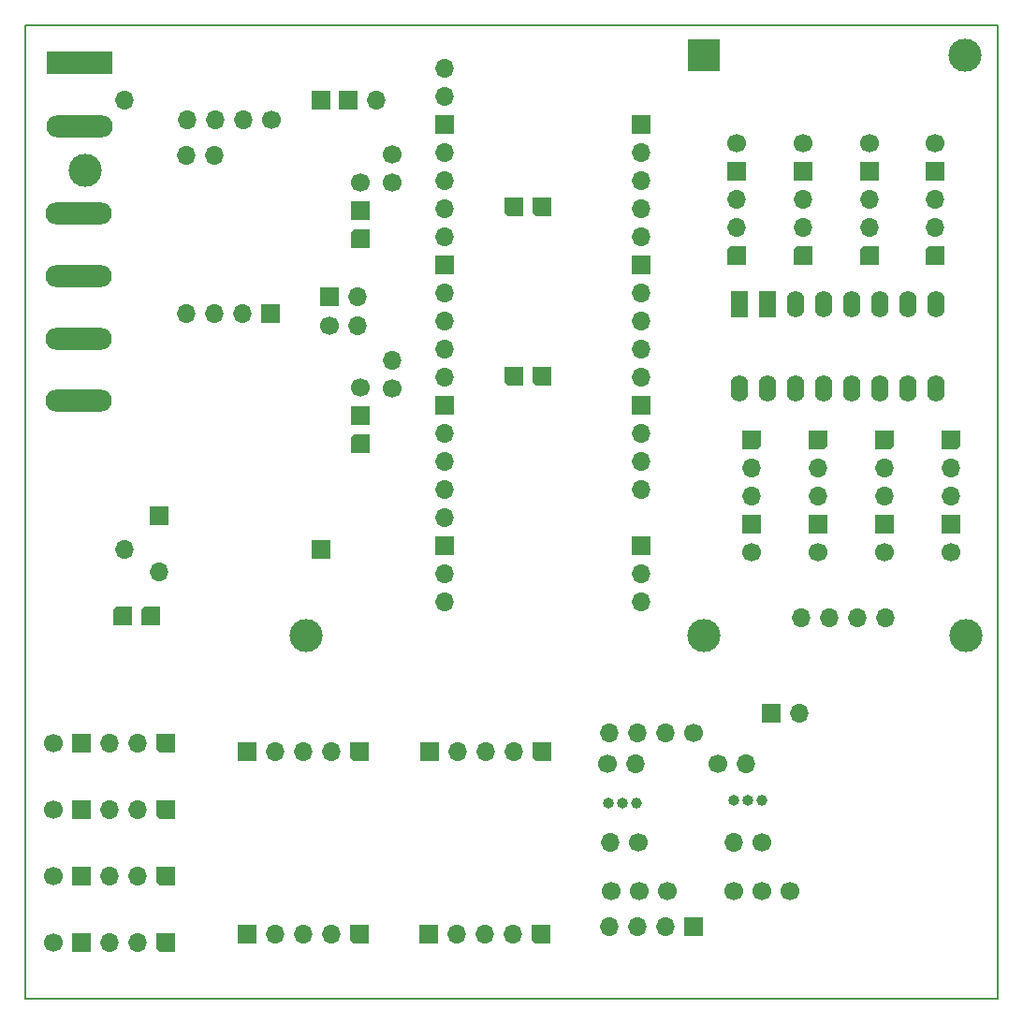
<source format=gts>
G04 #@! TF.GenerationSoftware,KiCad,Pcbnew,7.0.7*
G04 #@! TF.CreationDate,2024-05-20T14:11:38+03:00*
G04 #@! TF.ProjectId,pico-hd-mcu-v2,7069636f-2d68-4642-9d6d-63752d76322e,rev?*
G04 #@! TF.SameCoordinates,Original*
G04 #@! TF.FileFunction,Soldermask,Top*
G04 #@! TF.FilePolarity,Negative*
%FSLAX46Y46*%
G04 Gerber Fmt 4.6, Leading zero omitted, Abs format (unit mm)*
G04 Created by KiCad (PCBNEW 7.0.7) date 2024-05-20 14:11:38*
%MOMM*%
%LPD*%
G01*
G04 APERTURE LIST*
G04 Aperture macros list*
%AMOutline4P*
0 Free polygon, 4 corners , with rotation*
0 The origin of the aperture is its center*
0 number of corners: always 4*
0 $1 to $8 corner X, Y*
0 $9 Rotation angle, in degrees counterclockwise*
0 create outline with 4 corners*
4,1,4,$1,$2,$3,$4,$5,$6,$7,$8,$1,$2,$9*%
%AMOutline5P*
0 Free polygon, 5 corners , with rotation*
0 The origin of the aperture is its center*
0 number of corners: always 5*
0 $1 to $10 corner X, Y*
0 $11 Rotation angle, in degrees counterclockwise*
0 create outline with 5 corners*
4,1,5,$1,$2,$3,$4,$5,$6,$7,$8,$9,$10,$1,$2,$11*%
%AMOutline6P*
0 Free polygon, 6 corners , with rotation*
0 The origin of the aperture is its center*
0 number of corners: always 6*
0 $1 to $12 corner X, Y*
0 $13 Rotation angle, in degrees counterclockwise*
0 create outline with 6 corners*
4,1,6,$1,$2,$3,$4,$5,$6,$7,$8,$9,$10,$11,$12,$1,$2,$13*%
%AMOutline7P*
0 Free polygon, 7 corners , with rotation*
0 The origin of the aperture is its center*
0 number of corners: always 7*
0 $1 to $14 corner X, Y*
0 $15 Rotation angle, in degrees counterclockwise*
0 create outline with 7 corners*
4,1,7,$1,$2,$3,$4,$5,$6,$7,$8,$9,$10,$11,$12,$13,$14,$1,$2,$15*%
%AMOutline8P*
0 Free polygon, 8 corners , with rotation*
0 The origin of the aperture is its center*
0 number of corners: always 8*
0 $1 to $16 corner X, Y*
0 $17 Rotation angle, in degrees counterclockwise*
0 create outline with 8 corners*
4,1,8,$1,$2,$3,$4,$5,$6,$7,$8,$9,$10,$11,$12,$13,$14,$15,$16,$1,$2,$17*%
G04 Aperture macros list end*
%ADD10C,0.200000*%
%ADD11O,1.000000X1.000000*%
%ADD12C,1.000000*%
%ADD13R,1.700000X1.700000*%
%ADD14O,1.700000X1.700000*%
%ADD15Outline5P,-0.850000X0.510000X-0.510000X0.850000X0.850000X0.850000X0.850000X-0.850000X-0.850000X-0.850000X90.000000*%
%ADD16C,1.700000*%
%ADD17Outline5P,-0.850000X0.510000X-0.510000X0.850000X0.850000X0.850000X0.850000X-0.850000X-0.850000X-0.850000X180.000000*%
%ADD18Outline5P,-0.850000X0.510000X-0.510000X0.850000X0.850000X0.850000X0.850000X-0.850000X-0.850000X-0.850000X0.000000*%
%ADD19C,3.000000*%
%ADD20O,6.000000X2.000000*%
%ADD21R,6.000000X2.000000*%
%ADD22R,3.000000X3.000000*%
%ADD23Outline4P,-0.850000X-0.850000X0.850000X-0.850000X0.850000X0.850000X-0.850000X0.850000X0.000000*%
%ADD24O,1.600000X2.400000*%
%ADD25R,1.600000X2.400000*%
G04 APERTURE END LIST*
D10*
X21815000Y-26590000D02*
X109755000Y-26590000D01*
X109755000Y-114610000D01*
X21815000Y-114610000D01*
X21815000Y-26590000D01*
D11*
X87120000Y-96710000D03*
X85850000Y-96710000D03*
D12*
X88390000Y-96710000D03*
D13*
X58355000Y-92320000D03*
D14*
X60895000Y-92320000D03*
X63435000Y-92320000D03*
X65975000Y-92320000D03*
D15*
X68515000Y-92320000D03*
D13*
X58285000Y-108760000D03*
D14*
X60825000Y-108760000D03*
X63365000Y-108760000D03*
X65905000Y-108760000D03*
D15*
X68445000Y-108760000D03*
D16*
X77220000Y-100530000D03*
D14*
X74680000Y-100530000D03*
D16*
X93540000Y-74235000D03*
D13*
X93540000Y-71695000D03*
D14*
X93540000Y-69155000D03*
X93540000Y-66615000D03*
D17*
X93540000Y-64075000D03*
D14*
X36365000Y-38307500D03*
X38905000Y-38307500D03*
D16*
X77330000Y-104870000D03*
X74790000Y-104870000D03*
X79870000Y-104870000D03*
D13*
X82260000Y-108070000D03*
D14*
X79720000Y-108070000D03*
X77180000Y-108070000D03*
X74640000Y-108070000D03*
D13*
X89280000Y-88810000D03*
D16*
X82270000Y-90610000D03*
D14*
X79730000Y-90610000D03*
X77190000Y-90610000D03*
X74650000Y-90610000D03*
X91820000Y-88810000D03*
D16*
X104130000Y-37245000D03*
D13*
X104130000Y-39785000D03*
D14*
X104130000Y-42325000D03*
X104130000Y-44865000D03*
D18*
X104130000Y-47405000D03*
D13*
X44017500Y-52615000D03*
D14*
X41477500Y-52615000D03*
X38937500Y-52615000D03*
X36397500Y-52615000D03*
D13*
X51037500Y-33355000D03*
D16*
X44027500Y-35155000D03*
D14*
X41487500Y-35155000D03*
X38947500Y-35155000D03*
X36407500Y-35155000D03*
X53577500Y-33355000D03*
D16*
X24335000Y-97540000D03*
D13*
X26875000Y-97540000D03*
D14*
X29415000Y-97540000D03*
X31955000Y-97540000D03*
D15*
X34495000Y-97540000D03*
D11*
X75850000Y-96910000D03*
X74580000Y-96910000D03*
D12*
X77120000Y-96910000D03*
D19*
X106802500Y-29292500D03*
D16*
X86130000Y-37245000D03*
D13*
X86130000Y-39785000D03*
D14*
X86130000Y-42325000D03*
X86130000Y-44865000D03*
D18*
X86130000Y-47405000D03*
D20*
X26645000Y-60557500D03*
D13*
X33882500Y-70942500D03*
D14*
X33882500Y-76022500D03*
D16*
X99540000Y-74235000D03*
D13*
X99540000Y-71695000D03*
D14*
X99540000Y-69155000D03*
X99540000Y-66615000D03*
D17*
X99540000Y-64075000D03*
D16*
X24335000Y-109540000D03*
D13*
X26875000Y-109540000D03*
D14*
X29415000Y-109540000D03*
X31955000Y-109540000D03*
D15*
X34495000Y-109540000D03*
X65992500Y-58322500D03*
X68532500Y-58322500D03*
D19*
X106912500Y-81792500D03*
D16*
X74500000Y-93390000D03*
D14*
X77040000Y-93390000D03*
D16*
X49290000Y-53750000D03*
D14*
X51830000Y-53750000D03*
D16*
X98130000Y-37245000D03*
D13*
X98130000Y-39785000D03*
D14*
X98130000Y-42325000D03*
X98130000Y-44865000D03*
D18*
X98130000Y-47405000D03*
D14*
X77535000Y-78750000D03*
X77535000Y-76210000D03*
D13*
X77535000Y-73670000D03*
D14*
X77535000Y-68590000D03*
X77535000Y-66050000D03*
X77535000Y-63510000D03*
D13*
X77535000Y-60970000D03*
D14*
X77535000Y-58430000D03*
X77535000Y-55890000D03*
X77535000Y-53350000D03*
X77535000Y-50810000D03*
D13*
X77535000Y-48270000D03*
D14*
X77535000Y-45730000D03*
X77535000Y-43190000D03*
X77535000Y-40650000D03*
X77535000Y-38110000D03*
D13*
X77535000Y-35570000D03*
D14*
X59755000Y-30490000D03*
X59755000Y-33030000D03*
D13*
X59755000Y-35570000D03*
D14*
X59755000Y-38110000D03*
X59755000Y-40650000D03*
X59755000Y-43190000D03*
X59755000Y-45730000D03*
D13*
X59755000Y-48270000D03*
D14*
X59755000Y-50810000D03*
X59755000Y-53350000D03*
X59755000Y-55890000D03*
X59755000Y-58430000D03*
D13*
X59755000Y-60970000D03*
D14*
X59755000Y-63510000D03*
X59755000Y-66050000D03*
X59755000Y-68590000D03*
X59755000Y-71130000D03*
D13*
X59755000Y-73670000D03*
D14*
X59755000Y-76210000D03*
X59755000Y-78750000D03*
D16*
X24335000Y-103540000D03*
D13*
X26875000Y-103540000D03*
D14*
X29415000Y-103540000D03*
X31955000Y-103540000D03*
D15*
X34495000Y-103540000D03*
D21*
X26702500Y-29992500D03*
D19*
X83212500Y-81792500D03*
D16*
X54972500Y-40782500D03*
X54972500Y-38242500D03*
D22*
X83212500Y-29292500D03*
D23*
X49290000Y-51110000D03*
D14*
X51830000Y-51110000D03*
D16*
X52072500Y-40830000D03*
D13*
X52072500Y-43370000D03*
D18*
X52072500Y-45910000D03*
D14*
X97067500Y-80207500D03*
X91987500Y-80207500D03*
X94527500Y-80207500D03*
X99607500Y-80207500D03*
D19*
X47212500Y-81792500D03*
D20*
X26682500Y-35692500D03*
X26650000Y-54910000D03*
D16*
X84470000Y-93390000D03*
D14*
X87010000Y-93390000D03*
D16*
X87540000Y-74235000D03*
D13*
X87540000Y-71695000D03*
D14*
X87540000Y-69155000D03*
X87540000Y-66615000D03*
D17*
X87540000Y-64075000D03*
D13*
X41905000Y-92250000D03*
D14*
X44445000Y-92250000D03*
X46985000Y-92250000D03*
X49525000Y-92250000D03*
D15*
X52065000Y-92250000D03*
X66012500Y-42982500D03*
X68552500Y-42982500D03*
D16*
X88470000Y-100500000D03*
D14*
X85930000Y-100500000D03*
D16*
X54985000Y-59462500D03*
D14*
X54985000Y-56922500D03*
D18*
X30637500Y-80030000D03*
X33177500Y-80030000D03*
D16*
X105540000Y-74235000D03*
D13*
X105540000Y-71695000D03*
D14*
X105540000Y-69155000D03*
X105540000Y-66615000D03*
D17*
X105540000Y-64075000D03*
D20*
X26662500Y-43612500D03*
D16*
X88460000Y-104880000D03*
X85920000Y-104880000D03*
X91000000Y-104880000D03*
D13*
X41845000Y-108760000D03*
D14*
X44385000Y-108760000D03*
X46925000Y-108760000D03*
X49465000Y-108760000D03*
D15*
X52005000Y-108760000D03*
D20*
X26630000Y-49247500D03*
D16*
X24335000Y-91540000D03*
D13*
X26875000Y-91540000D03*
D14*
X29415000Y-91540000D03*
X31955000Y-91540000D03*
D15*
X34495000Y-91540000D03*
D16*
X52097500Y-59375000D03*
D13*
X52097500Y-61915000D03*
D18*
X52097500Y-64455000D03*
D16*
X92130000Y-37245000D03*
D13*
X92130000Y-39785000D03*
D14*
X92130000Y-42325000D03*
X92130000Y-44865000D03*
D18*
X92130000Y-47405000D03*
D24*
X104207500Y-51805000D03*
X101667500Y-51805000D03*
X99127500Y-51805000D03*
X96587500Y-51805000D03*
X94047500Y-51805000D03*
X91507500Y-51805000D03*
D25*
X88967500Y-51805000D03*
X86427500Y-51805000D03*
D24*
X86427500Y-59425000D03*
X88967500Y-59425000D03*
X91507500Y-59425000D03*
X94047500Y-59425000D03*
X96587500Y-59425000D03*
X99127500Y-59425000D03*
X101667500Y-59425000D03*
X104207500Y-59425000D03*
D19*
X27212500Y-39692500D03*
D13*
X48572500Y-33372500D03*
D14*
X30792500Y-33372500D03*
D13*
X48572500Y-74012500D03*
D14*
X30792500Y-74012500D03*
M02*

</source>
